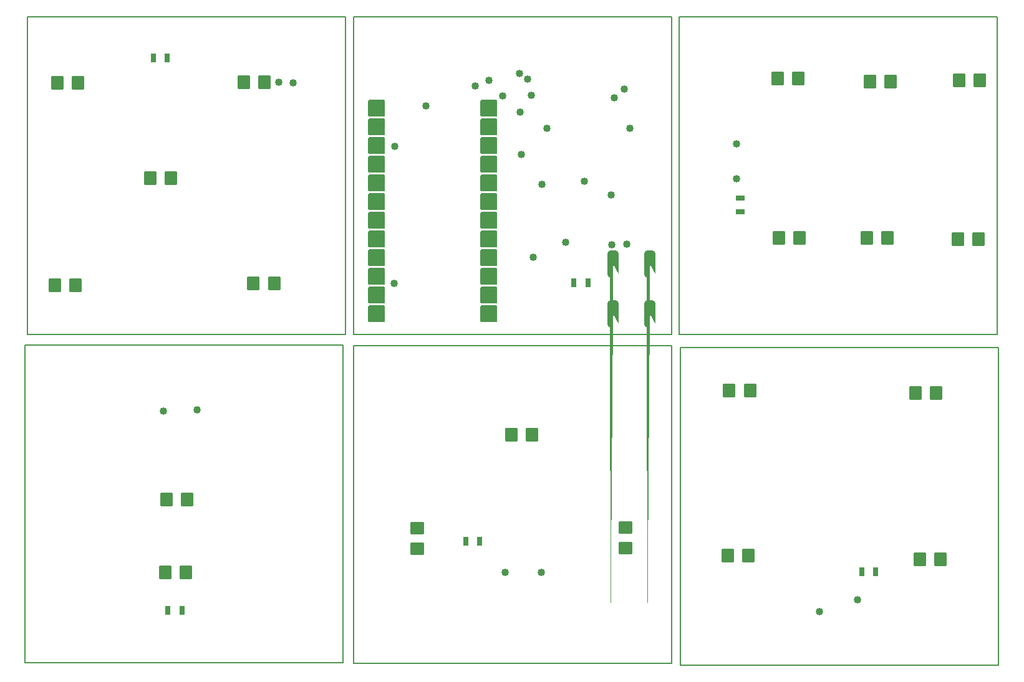
<source format=gbr>
G04 PROTEUS GERBER X2 FILE*
%TF.GenerationSoftware,Labcenter,Proteus,8.9-SP0-Build27865*%
%TF.CreationDate,2020-02-24T18:21:19+00:00*%
%TF.FileFunction,Soldermask,Bot*%
%TF.FilePolarity,Negative*%
%TF.Part,Single*%
%TF.SameCoordinates,{bab694e6-e1a7-4f03-bc32-dd160c38e7b3}*%
%FSLAX45Y45*%
%MOMM*%
G01*
%TA.AperFunction,Material*%
%ADD22C,1.016000*%
%AMPPAD015*
4,1,36,
-1.143000,1.016000,
-1.143000,-1.016000,
-1.140470,-1.041970,
-1.133200,-1.065980,
-1.121650,-1.087580,
-1.106290,-1.106290,
-1.087570,-1.121650,
-1.065980,-1.133200,
-1.041970,-1.140470,
-1.016000,-1.143000,
1.016000,-1.143000,
1.041970,-1.140470,
1.065980,-1.133200,
1.087570,-1.121650,
1.106290,-1.106290,
1.121650,-1.087580,
1.133200,-1.065980,
1.140470,-1.041970,
1.143000,-1.016000,
1.143000,1.016000,
1.140470,1.041970,
1.133200,1.065980,
1.121650,1.087580,
1.106290,1.106290,
1.087570,1.121650,
1.065980,1.133200,
1.041970,1.140470,
1.016000,1.143000,
-1.016000,1.143000,
-1.041970,1.140470,
-1.065980,1.133200,
-1.087570,1.121650,
-1.106290,1.106290,
-1.121650,1.087580,
-1.133200,1.065980,
-1.140470,1.041970,
-1.143000,1.016000,
0*%
%TA.AperFunction,Material*%
%ADD23PPAD015*%
%AMPPAD021*
4,1,48,
0.700000,0.902400,
-0.700000,0.902400,
-0.715840,0.901630,
-0.731160,0.899370,
-0.745900,0.895680,
-0.759980,0.890640,
-0.785890,0.876780,
-0.808340,0.858340,
-0.826780,0.835890,
-0.840640,0.809980,
-0.849370,0.781160,
-0.851630,0.765840,
-0.852400,0.750000,
-0.852400,-0.750000,
-0.851630,-0.765840,
-0.849370,-0.781160,
-0.840640,-0.809980,
-0.826780,-0.835890,
-0.808340,-0.858340,
-0.785890,-0.876780,
-0.759980,-0.890640,
-0.745900,-0.895680,
-0.731160,-0.899370,
-0.715840,-0.901630,
-0.700000,-0.902400,
0.700000,-0.902400,
0.715840,-0.901630,
0.731160,-0.899370,
0.745900,-0.895680,
0.759980,-0.890640,
0.785890,-0.876780,
0.808340,-0.858340,
0.826780,-0.835890,
0.840640,-0.809980,
0.849370,-0.781160,
0.851630,-0.765840,
0.852400,-0.750000,
0.852400,0.750000,
0.851630,0.765840,
0.849370,0.781160,
0.840640,0.809980,
0.826780,0.835890,
0.808340,0.858340,
0.785890,0.876780,
0.759980,0.890640,
0.745900,0.895680,
0.731160,0.899370,
0.715840,0.901630,
0.700000,0.902400,
0*%
%TA.AperFunction,Material*%
%ADD29PPAD021*%
%AMPPAD022*
4,1,48,
0.902400,-0.700000,
0.902400,0.700000,
0.901630,0.715840,
0.899370,0.731160,
0.895680,0.745900,
0.890640,0.759980,
0.876780,0.785890,
0.858340,0.808340,
0.835890,0.826780,
0.809980,0.840640,
0.781160,0.849370,
0.765840,0.851630,
0.750000,0.852400,
-0.750000,0.852400,
-0.765840,0.851630,
-0.781160,0.849370,
-0.809980,0.840640,
-0.835890,0.826780,
-0.858340,0.808340,
-0.876780,0.785890,
-0.890640,0.759980,
-0.895680,0.745900,
-0.899370,0.731160,
-0.901630,0.715840,
-0.902400,0.700000,
-0.902400,-0.700000,
-0.901630,-0.715840,
-0.899370,-0.731160,
-0.895680,-0.745900,
-0.890640,-0.759980,
-0.876780,-0.785890,
-0.858340,-0.808340,
-0.835890,-0.826780,
-0.809980,-0.840640,
-0.781160,-0.849370,
-0.765840,-0.851630,
-0.750000,-0.852400,
0.750000,-0.852400,
0.765840,-0.851630,
0.781160,-0.849370,
0.809980,-0.840640,
0.835890,-0.826780,
0.858340,-0.808340,
0.876780,-0.785890,
0.890640,-0.759980,
0.895680,-0.745900,
0.899370,-0.731160,
0.901630,-0.715840,
0.902400,-0.700000,
0*%
%ADD72PPAD022*%
%AMPPAD023*
4,1,4,
0.350000,0.575000,
-0.350000,0.575000,
-0.350000,-0.575000,
0.350000,-0.575000,
0.350000,0.575000,
0*%
%ADD73PPAD023*%
%AMPPAD024*
4,1,4,
0.575000,-0.350000,
0.575000,0.350000,
-0.575000,0.350000,
-0.575000,-0.350000,
0.575000,-0.350000,
0*%
%ADD30PPAD024*%
%AMPPAD025*
4,1,68,
0.754000,-1.350000,
0.754000,1.350000,
0.751450,1.402380,
0.743970,1.453050,
0.731780,1.501790,
0.715120,1.548350,
0.694210,1.592520,
0.669280,1.634050,
0.640570,1.672730,
0.608310,1.708310,
0.572730,1.740570,
0.534050,1.769280,
0.492520,1.794210,
0.448350,1.815120,
0.401790,1.831780,
0.353050,1.843970,
0.302380,1.851450,
0.250000,1.854000,
-0.250000,1.854000,
-0.302380,1.851450,
-0.353050,1.843970,
-0.401790,1.831780,
-0.448350,1.815120,
-0.492520,1.794210,
-0.534050,1.769280,
-0.572730,1.740570,
-0.608310,1.708310,
-0.640570,1.672730,
-0.669280,1.634050,
-0.694210,1.592520,
-0.715120,1.548350,
-0.731780,1.501790,
-0.743970,1.453050,
-0.751450,1.402380,
-0.754000,1.350000,
-0.754000,-1.350000,
-0.751450,-1.402380,
-0.743970,-1.453050,
-0.731780,-1.501790,
-0.715120,-1.548350,
-0.694210,-1.592520,
-0.669280,-1.634050,
-0.640570,-1.672730,
-0.608310,-1.708310,
-0.572730,-1.740570,
-0.534050,-1.769280,
-0.492520,-1.794210,
-0.448350,-1.815120,
-0.401790,-1.831780,
-0.353050,-1.843970,
-0.302380,-1.851450,
-0.250000,-1.854000,
0.250000,-1.854000,
0.302380,-1.851450,
0.353050,-1.843970,
0.401790,-1.831780,
0.448350,-1.815120,
0.492520,-1.794210,
0.534050,-1.769280,
0.572730,-1.740570,
0.608310,-1.708310,
0.640570,-1.672730,
0.669280,-1.634050,
0.694210,-1.592520,
0.715120,-1.548350,
0.731780,-1.501790,
0.743970,-1.453050,
0.751450,-1.402380,
0.754000,-1.350000,
0*%
%TA.AperFunction,Material*%
%ADD31PPAD025*%
%TA.AperFunction,Profile*%
%ADD18C,0.203200*%
%TD.AperFunction*%
D22*
X+6600000Y-2940000D03*
X-1059480Y+4087222D03*
X-1257917Y+4091631D03*
X-2365611Y-361213D03*
X-2821507Y-375169D03*
X+2311279Y-2566624D03*
X+4958185Y+3255279D03*
X+4960000Y+2780000D03*
X+6086886Y-3106277D03*
X+1410000Y+4040000D03*
X+3430000Y+4000000D03*
X+2037823Y+3112689D03*
X+3297658Y+3881365D03*
X+2013203Y+4211772D03*
X+2174276Y+3918536D03*
X+2124715Y+4133300D03*
X+1596065Y+4116198D03*
X+741139Y+3773983D03*
X+315740Y+3216422D03*
X+311610Y+1357887D03*
X+2199056Y+1713074D03*
X+2636845Y+1919578D03*
X+2314699Y+2700162D03*
X+1781918Y+3902016D03*
X+3252227Y+2563869D03*
X+2888780Y+2745593D03*
X+2380000Y+3470000D03*
X+3508292Y+3464227D03*
X+3470000Y+1890000D03*
X+3268747Y+1882407D03*
X+2017333Y+3683121D03*
X+1817508Y-2572901D03*
D23*
X+1600000Y+3740000D03*
X+1600000Y+3486000D03*
X+1600000Y+3232000D03*
X+1600000Y+2978000D03*
X+1600000Y+2724000D03*
X+1600000Y+2470000D03*
X+1600000Y+2216000D03*
X+1600000Y+1962000D03*
X+1600000Y+1708000D03*
X+1600000Y+1454000D03*
X+1600000Y+1200000D03*
X+1600000Y+946000D03*
X+76000Y+3740000D03*
X+76000Y+3486000D03*
X+76000Y+3232000D03*
X+76000Y+2978000D03*
X+76000Y+2724000D03*
X+76000Y+2470000D03*
X+76000Y+2216000D03*
X+76000Y+1962000D03*
X+76000Y+1708000D03*
X+76000Y+1454000D03*
X+76000Y+1200000D03*
X+76000Y+946000D03*
D29*
X+5810000Y+1980000D03*
X+5530000Y+1980000D03*
X+7010000Y+1980000D03*
X+6730000Y+1980000D03*
X+4840000Y-2340000D03*
X+5120000Y-2340000D03*
X+4860000Y-100000D03*
X+5140000Y-100000D03*
X+7390000Y-130000D03*
X+7670000Y-130000D03*
X+7730000Y-2390000D03*
X+7450000Y-2390000D03*
X-1450000Y+4090000D03*
X-1730000Y+4090000D03*
X-1320000Y+1360000D03*
X-1600000Y+1360000D03*
X-4020000Y+1330000D03*
X-4300000Y+1330000D03*
X-4260000Y+4080000D03*
X-3980000Y+4080000D03*
X-3000000Y+2790000D03*
X-2720000Y+2790000D03*
X+5520000Y+4140000D03*
X+5800000Y+4140000D03*
X+6770000Y+4100000D03*
X+7050000Y+4100000D03*
X+7980000Y+4120000D03*
X+8260000Y+4120000D03*
X+8240000Y+1960000D03*
X+7960000Y+1960000D03*
X-2500000Y-1580000D03*
X-2780000Y-1580000D03*
X-2800000Y-2570000D03*
X-2520000Y-2570000D03*
D72*
X+3450000Y-2240000D03*
X+3450000Y-1960000D03*
D29*
X+2180000Y-700000D03*
X+1900000Y-700000D03*
D72*
X+620000Y-1970000D03*
X+620000Y-2250000D03*
D73*
X+6850000Y-2560000D03*
X+6660000Y-2560000D03*
X-2960000Y+4420000D03*
X-2770000Y+4420000D03*
D30*
X+5010000Y+2330000D03*
X+5010000Y+2520000D03*
D73*
X-2570000Y-3090000D03*
X-2760000Y-3090000D03*
X+1280000Y-2150000D03*
X+1470000Y-2150000D03*
D31*
X+3280000Y+1620000D03*
X+3780000Y+1620000D03*
X+3780000Y+940000D03*
X+3280000Y+940000D03*
D73*
X+2940000Y+1370000D03*
X+2750000Y+1370000D03*
D18*
X-240000Y+660000D02*
X+4078000Y+660000D01*
X+4078000Y+4978000D01*
X-240000Y+4978000D01*
X-240000Y+660000D01*
X+4180000Y+660000D02*
X+8498000Y+660000D01*
X+8498000Y+4978000D01*
X+4180000Y+4978000D01*
X+4180000Y+660000D01*
X+4200000Y-3830000D02*
X+8518000Y-3830000D01*
X+8518000Y+488000D01*
X+4200000Y+488000D01*
X+4200000Y-3830000D01*
X-4670000Y+660000D02*
X-352000Y+660000D01*
X-352000Y+4978000D01*
X-4670000Y+4978000D01*
X-4670000Y+660000D01*
X-4700000Y-3800000D02*
X-382000Y-3800000D01*
X-382000Y+518000D01*
X-4700000Y+518000D01*
X-4700000Y-3800000D01*
X-240000Y-3810000D02*
X+4078000Y-3810000D01*
X+4078000Y+508000D01*
X-240000Y+508000D01*
X-240000Y-3810000D01*
M02*

</source>
